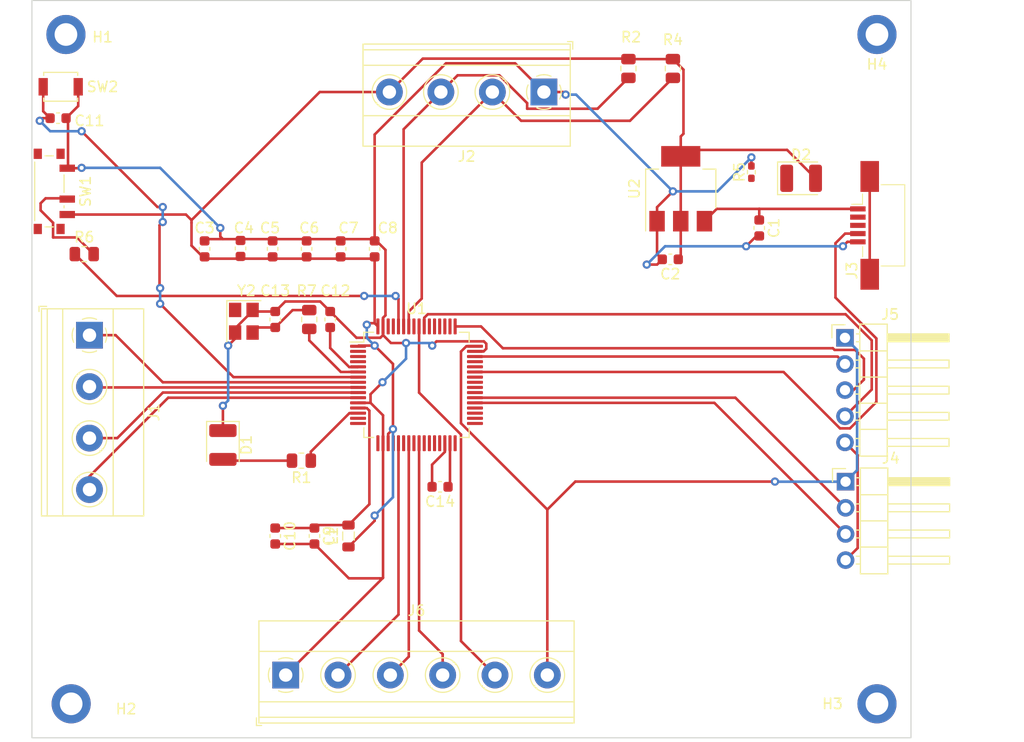
<source format=kicad_pcb>
(kicad_pcb (version 20221018) (generator pcbnew)
  (layers (0 "F.Cu" signal) (31 "B.Cu" power) (34 "B.Paste" user) (35 "F.Paste" user) (36 "B.SilkS" user "B.Silkscreen") (37 "F.SilkS" user "F.Silkscreen") (38 "B.Mask" user) (39 "F.Mask" user) (44 "Edge.Cuts" user))
  (net 0 "")
  (net 1 "VBUS")
  (net 2 "GND")
  (net 3 "+3.3V")
  (net 4 "+3.3VA")
  (net 5 "NRST")
  (net 6 "HSE_IN")
  (net 7 "Net-(C13-Pad1)")
  (net 8 "Net-(U1-VCAP_1)")
  (net 9 "Net-(D1-A)")
  (net 10 "/LED_C")
  (net 11 "Analog3")
  (net 12 "Analog4")
  (net 13 "Analog2")
  (net 14 "Analog1")
  (net 15 "I2C1_SDA")
  (net 16 "I2C1_SCL")
  (net 17 "USB-")
  (net 18 "USB+")
  (net 19 "USB_ID")
  (net 20 "unconnected-(J3-Shield-Pad6)")
  (net 21 "USART6_TX")
  (net 22 "USART6_RX")
  (net 23 "SWDIO")
  (net 24 "SWCLK")
  (net 25 "SWO")
  (net 26 "GPIO_OUT1")
  (net 27 "SPI1_MISO")
  (net 28 "SPI1_MOSI")
  (net 29 "SPI1_SCK")
  (net 30 "LED_Status")
  (net 31 "BOOT0")
  (net 32 "Net-(SW1-B)")
  (net 33 "HSE_OUT")
  (footprint "Capacitor_SMD:C_0603_1608Metric" (layer "F.Cu") (at 130.048 64.262 90)
    (fp_text reference "C7" (at 2.032 0.762 180) (layer "F.SilkS"))
    (fp_text value "100n")
    (pad "1" smd roundrect (at -0.775 0 90) (size 0.9 0.95) (layers "F.Cu" "F.Paste" "F.Mask") (net 3 "+3.3V"))
    (pad "2" smd roundrect (at 0.775 0 90) (size 0.9 0.95) (layers "F.Cu" "F.Paste" "F.Mask") (net 2 "GND"))
  )
  (footprint "Button_Switch_SMD:SW_SPDT_PCM12" (layer "F.Cu") (at 102.075 58.674 -90)
    (fp_text reference "SW1" (at 0 -3.2 90) (layer "F.SilkS"))
    (fp_text value "SW_SPDT")
    (pad "" smd rect (at -3.65 -0.78 270) (size 1 0.8) (layers "F.Cu" "F.Paste" "F.Mask"))
    (pad "" smd rect (at -3.65 1.43 270) (size 1 0.8) (layers "F.Cu" "F.Paste" "F.Mask"))
    (pad "" np_thru_hole circle (at -1.5 0.33 270) (size 0.9 0.9) (drill 0.9) (layers "*.Cu" "*.Mask"))
    (pad "" np_thru_hole circle (at 1.5 0.33 270) (size 0.9 0.9) (drill 0.9) (layers "*.Cu" "*.Mask"))
    (pad "" smd rect (at 3.65 -0.78 270) (size 1 0.8) (layers "F.Cu" "F.Paste" "F.Mask"))
    (pad "" smd rect (at 3.65 1.43 270) (size 1 0.8) (layers "F.Cu" "F.Paste" "F.Mask"))
    (pad "1" smd rect (at -2.25 -1.43 270) (size 0.7 1.5) (layers "F.Cu" "F.Paste" "F.Mask") (net 2 "GND"))
    (pad "2" smd rect (at 0.75 -1.43 270) (size 0.7 1.5) (layers "F.Cu" "F.Paste" "F.Mask") (net 32 "Net-(SW1-B)"))
    (pad "3" smd rect (at 2.25 -1.43 270) (size 0.7 1.5) (layers "F.Cu" "F.Paste" "F.Mask") (net 3 "+3.3V"))
  )
  (footprint "Crystal:Crystal_SMD_3225-4Pin_3.2x2.5mm" (layer "F.Cu") (at 120.65 71.29 -90)
    (fp_text reference "Y2" (at -2.964 -0.254 -180) (layer "F.SilkS"))
    (fp_text value "Y2")
    (pad "1" smd rect (at -1.1 0.85 270) (size 1.4 1.2) (layers "F.Cu" "F.Paste" "F.Mask") (net 6 "HSE_IN"))
    (pad "2" smd rect (at 1.1 0.85 270) (size 1.4 1.2) (layers "F.Cu" "F.Paste" "F.Mask") (net 2 "GND"))
    (pad "3" smd rect (at 1.1 -0.85 270) (size 1.4 1.2) (layers "F.Cu" "F.Paste" "F.Mask") (net 7 "Net-(C13-Pad1)"))
    (pad "4" smd rect (at -1.1 -0.85 270) (size 1.4 1.2) (layers "F.Cu" "F.Paste" "F.Mask") (net 2 "GND"))
  )
  (footprint "Capacitor_SMD:C_0603_1608Metric" (layer "F.Cu") (at 127.508 92.1555 -90)
    (fp_text reference "C9" (at 0 -1.43 90) (layer "F.SilkS"))
    (fp_text value "1u")
    (pad "1" smd roundrect (at -0.775 0 270) (size 0.9 0.95) (layers "F.Cu" "F.Paste" "F.Mask") (net 4 "+3.3VA"))
    (pad "2" smd roundrect (at 0.775 0 270) (size 0.9 0.95) (layers "F.Cu" "F.Paste" "F.Mask") (net 2 "GND"))
  )
  (footprint "Capacitor_SMD:C_0603_1608Metric" (layer "F.Cu") (at 123.698 71.12 90)
    (fp_text reference "C13" (at 2.794 0 180) (layer "F.SilkS"))
    (fp_text value "9pF")
    (pad "1" smd roundrect (at -0.775 0 90) (size 0.9 0.95) (layers "F.Cu" "F.Paste" "F.Mask") (net 7 "Net-(C13-Pad1)"))
    (pad "2" smd roundrect (at 0.775 0 90) (size 0.9 0.95) (layers "F.Cu" "F.Paste" "F.Mask") (net 2 "GND"))
  )
  (footprint "Package_QFP:LQFP-64_10x10mm_P0.5mm" (layer "F.Cu") (at 137.414 77.47)
    (fp_text reference "U1" (at 0 -7.4) (layer "F.SilkS"))
    (fp_text value "STM32F446RETx")
    (pad "1" smd roundrect (at -5.675 -3.75) (size 1.55 0.3) (layers "F.Cu" "F.Paste" "F.Mask") (net 3 "+3.3V"))
    (pad "2" smd roundrect (at -5.675 -3.25) (size 1.55 0.3) (layers "F.Cu" "F.Paste" "F.Mask"))
    (pad "3" smd roundrect (at -5.675 -2.75) (size 1.55 0.3) (layers "F.Cu" "F.Paste" "F.Mask"))
    (pad "4" smd roundrect (at -5.675 -2.25) (size 1.55 0.3) (layers "F.Cu" "F.Paste" "F.Mask"))
    (pad "5" smd roundrect (at -5.675 -1.75) (size 1.55 0.3) (layers "F.Cu" "F.Paste" "F.Mask") (net 6 "HSE_IN"))
    (pad "6" smd roundrect (at -5.675 -1.25) (size 1.55 0.3) (layers "F.Cu" "F.Paste" "F.Mask") (net 33 "HSE_OUT"))
    (pad "7" smd roundrect (at -5.675 -0.75) (size 1.55 0.3) (layers "F.Cu" "F.Paste" "F.Mask") (net 5 "NRST"))
    (pad "8" smd roundrect (at -5.675 -0.25) (size 1.55 0.3) (layers "F.Cu" "F.Paste" "F.Mask") (net 14 "Analog1"))
    (pad "9" smd roundrect (at -5.675 0.25) (size 1.55 0.3) (layers "F.Cu" "F.Paste" "F.Mask") (net 13 "Analog2"))
    (pad "10" smd roundrect (at -5.675 0.75) (size 1.55 0.3) (layers "F.Cu" "F.Paste" "F.Mask") (net 11 "Analog3"))
    (pad "11" smd roundrect (at -5.675 1.25) (size 1.55 0.3) (layers "F.Cu" "F.Paste" "F.Mask") (net 12 "Analog4"))
    (pad "12" smd roundrect (at -5.675 1.75) (size 1.55 0.3) (layers "F.Cu" "F.Paste" "F.Mask") (net 2 "GND"))
    (pad "13" smd roundrect (at -5.675 2.25) (size 1.55 0.3) (layers "F.Cu" "F.Paste" "F.Mask") (net 4 "+3.3VA"))
    (pad "14" smd roundrect (at -5.675 2.75) (size 1.55 0.3) (layers "F.Cu" "F.Paste" "F.Mask") (net 30 "LED_Status"))
    (pad "15" smd roundrect (at -5.675 3.25) (size 1.55 0.3) (layers "F.Cu" "F.Paste" "F.Mask"))
    (pad "16" smd roundrect (at -5.675 3.75) (size 1.55 0.3) (layers "F.Cu" "F.Paste" "F.Mask"))
    (pad "17" smd roundrect (at -3.75 5.675) (size 0.3 1.55) (layers "F.Cu" "F.Paste" "F.Mask"))
    (pad "18" smd roundrect (at -3.25 5.675) (size 0.3 1.55) (layers "F.Cu" "F.Paste" "F.Mask") (net 2 "GND"))
    (pad "19" smd roundrect (at -2.75 5.675) (size 0.3 1.55) (layers "F.Cu" "F.Paste" "F.Mask") (net 3 "+3.3V"))
    (pad "20" smd roundrect (at -2.25 5.675) (size 0.3 1.55) (layers "F.Cu" "F.Paste" "F.Mask"))
    (pad "21" smd roundrect (at -1.75 5.675) (size 0.3 1.55) (layers "F.Cu" "F.Paste" "F.Mask") (net 29 "SPI1_SCK"))
    (pad "22" smd roundrect (at -1.25 5.675) (size 0.3 1.55) (layers "F.Cu" "F.Paste" "F.Mask"))
    (pad "23" smd roundrect (at -0.75 5.675) (size 0.3 1.55) (layers "F.Cu" "F.Paste" "F.Mask") (net 28 "SPI1_MOSI"))
    (pad "24" smd roundrect (at -0.25 5.675) (size 0.3 1.55) (layers "F.Cu" "F.Paste" "F.Mask"))
    (pad "25" smd roundrect (at 0.25 5.675) (size 0.3 1.55) (layers "F.Cu" "F.Paste" "F.Mask") (net 26 "GPIO_OUT1"))
    (pad "26" smd roundrect (at 0.75 5.675) (size 0.3 1.55) (layers "F.Cu" "F.Paste" "F.Mask"))
    (pad "27" smd roundrect (at 1.25 5.675) (size 0.3 1.55) (layers "F.Cu" "F.Paste" "F.Mask"))
    (pad "28" smd roundrect (at 1.75 5.675) (size 0.3 1.55) (layers "F.Cu" "F.Paste" "F.Mask"))
    (pad "29" smd roundrect (at 2.25 5.675) (size 0.3 1.55) (layers "F.Cu" "F.Paste" "F.Mask"))
    (pad "30" smd roundrect (at 2.75 5.675) (size 0.3 1.55) (layers "F.Cu" "F.Paste" "F.Mask") (net 8 "Net-(U1-VCAP_1)"))
    (pad "31" smd roundrect (at 3.25 5.675) (size 0.3 1.55) (layers "F.Cu" "F.Paste" "F.Mask") (net 2 "GND"))
    (pad "32" smd roundrect (at 3.75 5.675) (size 0.3 1.55) (layers "F.Cu" "F.Paste" "F.Mask") (net 3 "+3.3V"))
    (pad "33" smd roundrect (at 5.675 3.75) (size 1.55 0.3) (layers "F.Cu" "F.Paste" "F.Mask"))
    (pad "34" smd roundrect (at 5.675 3.25) (size 1.55 0.3) (layers "F.Cu" "F.Paste" "F.Mask"))
    (pad "35" smd roundrect (at 5.675 2.75) (size 1.55 0.3) (layers "F.Cu" "F.Paste" "F.Mask"))
    (pad "36" smd roundrect (at 5.675 2.25) (size 1.55 0.3) (layers "F.Cu" "F.Paste" "F.Mask"))
    (pad "37" smd roundrect (at 5.675 1.75) (size 1.55 0.3) (layers "F.Cu" "F.Paste" "F.Mask") (net 21 "USART6_TX"))
    (pad "38" smd roundrect (at 5.675 1.25) (size 1.55 0.3) (layers "F.Cu" "F.Paste" "F.Mask") (net 22 "USART6_RX"))
    (pad "39" smd roundrect (at 5.675 0.75) (size 1.55 0.3) (layers "F.Cu" "F.Paste" "F.Mask"))
    (pad "40" smd roundrect (at 5.675 0.25) (size 1.55 0.3) (layers "F.Cu" "F.Paste" "F.Mask"))
    (pad "41" smd roundrect (at 5.675 -0.25) (size 1.55 0.3) (layers "F.Cu" "F.Paste" "F.Mask"))
    (pad "42" smd roundrect (at 5.675 -0.75) (size 1.55 0.3) (layers "F.Cu" "F.Paste" "F.Mask"))
    (pad "43" smd roundrect (at 5.675 -1.25) (size 1.55 0.3) (layers "F.Cu" "F.Paste" "F.Mask") (net 19 "USB_ID"))
    (pad "44" smd roundrect (at 5.675 -1.75) (size 1.55 0.3) (layers "F.Cu" "F.Paste" "F.Mask") (net 17 "USB-"))
    (pad "45" smd roundrect (at 5.675 -2.25) (size 1.55 0.3) (layers "F.Cu" "F.Paste" "F.Mask") (net 18 "USB+"))
    (pad "46" smd roundrect (at 5.675 -2.75) (size 1.55 0.3) (layers "F.Cu" "F.Paste" "F.Mask") (net 23 "SWDIO"))
    (pad "47" smd roundrect (at 5.675 -3.25) (size 1.55 0.3) (layers "F.Cu" "F.Paste" "F.Mask") (net 2 "GND"))
    (pad "48" smd roundrect (at 5.675 -3.75) (size 1.55 0.3) (layers "F.Cu" "F.Paste" "F.Mask") (net 3 "+3.3V"))
    (pad "49" smd roundrect (at 3.75 -5.675) (size 0.3 1.55) (layers "F.Cu" "F.Paste" "F.Mask") (net 24 "SWCLK"))
    (pad "50" smd roundrect (at 3.25 -5.675) (size 0.3 1.55) (layers "F.Cu" "F.Paste" "F.Mask"))
    (pad "51" smd roundrect (at 2.75 -5.675) (size 0.3 1.55) (layers "F.Cu" "F.Paste" "F.Mask"))
    (pad "52" smd roundrect (at 2.25 -5.675) (size 0.3 1.55) (layers "F.Cu" "F.Paste" "F.Mask"))
    (pad "53" smd roundrect (at 1.75 -5.675) (size 0.3 1.55) (layers "F.Cu" "F.Paste" "F.Mask"))
    (pad "54" smd roundrect (at 1.25 -5.675) (size 0.3 1.55) (layers "F.Cu" "F.Paste" "F.Mask"))
    (pad "55" smd roundrect (at 0.75 -5.675) (size 0.3 1.55) (layers "F.Cu" "F.Paste" "F.Mask") (net 25 "SWO"))
    (pad "56" smd roundrect (at 0.25 -5.675) (size 0.3 1.55) (layers "F.Cu" "F.Paste" "F.Mask") (net 27 "SPI1_MISO"))
    (pad "57" smd roundrect (at -0.25 -5.675) (size 0.3 1.55) (layers "F.Cu" "F.Paste" "F.Mask"))
    (pad "58" smd roundrect (at -0.75 -5.675) (size 0.3 1.55) (layers "F.Cu" "F.Paste" "F.Mask") (net 16 "I2C1_SCL"))
    (pad "59" smd roundrect (at -1.25 -5.675) (size 0.3 1.55) (layers "F.Cu" "F.Paste" "F.Mask") (net 15 "I2C1_SDA"))
    (pad "60" smd roundrect (at -1.75 -5.675) (size 0.3 1.55) (layers "F.Cu" "F.Paste" "F.Mask") (net 31 "BOOT0"))
    (pad "61" smd roundrect (at -2.25 -5.675) (size 0.3 1.55) (layers "F.Cu" "F.Paste" "F.Mask"))
    (pad "62" smd roundrect (at -2.75 -5.675) (size 0.3 1.55) (layers "F.Cu" "F.Paste" "F.Mask"))
    (pad "63" smd roundrect (at -3.25 -5.675) (size 0.3 1.55) (layers "F.Cu" "F.Paste" "F.Mask") (net 2 "GND"))
    (pad "64" smd roundrect (at -3.75 -5.675) (size 0.3 1.55) (layers "F.Cu" "F.Paste" "F.Mask") (net 3 "+3.3V"))
  )
  (footprint "Capacitor_SMD:C_0603_1608Metric" (layer "F.Cu") (at 129.032 71.12 90)
    (fp_text reference "C12" (at 2.794 0.508) (layer "F.SilkS"))
    (fp_text value "9pF")
    (pad "1" smd roundrect (at -0.775 0 90) (size 0.9 0.95) (layers "F.Cu" "F.Paste" "F.Mask") (net 6 "HSE_IN"))
    (pad "2" smd roundrect (at 0.775 0 90) (size 0.9 0.95) (layers "F.Cu" "F.Paste" "F.Mask") (net 2 "GND"))
  )
  (footprint "TerminalBlock_Phoenix:TerminalBlock_Phoenix_MKDS-1,5-4_1x04_P5.00mm_Horizontal" (layer "F.Cu") (at 105.664 72.644 -90)
    (fp_text reference "J1" (at 7.5 -6.26 90) (layer "F.SilkS"))
    (fp_text value "Lin pots connector")
    (pad "1" thru_hole rect (at 0 0 270) (size 2.6 2.6) (drill 1.3) (layers "*.Cu" "*.Mask") (net 14 "Analog1"))
    (pad "2" thru_hole circle (at 5 0 270) (size 2.6 2.6) (drill 1.3) (layers "*.Cu" "*.Mask") (net 13 "Analog2"))
    (pad "3" thru_hole circle (at 10 0 270) (size 2.6 2.6) (drill 1.3) (layers "*.Cu" "*.Mask") (net 11 "Analog3"))
    (pad "4" thru_hole circle (at 15 0 270) (size 2.6 2.6) (drill 1.3) (layers "*.Cu" "*.Mask") (net 12 "Analog4"))
  )
  (footprint "Capacitor_SMD:C_0603_1608Metric" (layer "F.Cu") (at 123.444 64.262 90)
    (fp_text reference "C5" (at 2.032 -0.254 180) (layer "F.SilkS"))
    (fp_text value "100n")
    (pad "1" smd roundrect (at -0.775 0 90) (size 0.9 0.95) (layers "F.Cu" "F.Paste" "F.Mask") (net 3 "+3.3V"))
    (pad "2" smd roundrect (at 0.775 0 90) (size 0.9 0.95) (layers "F.Cu" "F.Paste" "F.Mask") (net 2 "GND"))
  )
  (footprint "Capacitor_SMD:C_0603_1608Metric" (layer "F.Cu") (at 162.052 65.278 180)
    (fp_text reference "C2" (at 0 -1.43) (layer "F.SilkS"))
    (fp_text value "22u")
    (pad "1" smd roundrect (at -0.775 0 180) (size 0.9 0.95) (layers "F.Cu" "F.Paste" "F.Mask") (net 3 "+3.3V"))
    (pad "2" smd roundrect (at 0.775 0 180) (size 0.9 0.95) (layers "F.Cu" "F.Paste" "F.Mask") (net 2 "GND"))
  )
  (footprint "TerminalBlock_Phoenix:TerminalBlock_Phoenix_MKDS-1,5-6-5.08_1x06_P5.08mm_Horizontal" (layer "F.Cu") (at 124.714 105.664)
    (fp_text reference "J6" (at 12.7 -6.26) (layer "F.SilkS"))
    (fp_text value "SPI connectors")
    (pad "1" thru_hole rect (at 0 0) (size 2.6 2.6) (drill 1.3) (layers "*.Cu" "*.Mask") (net 2 "GND"))
    (pad "2" thru_hole circle (at 5.08 0) (size 2.6 2.6) (drill 1.3) (layers "*.Cu" "*.Mask") (net 29 "SPI1_SCK"))
    (pad "3" thru_hole circle (at 10.16 0) (size 2.6 2.6) (drill 1.3) (layers "*.Cu" "*.Mask") (net 28 "SPI1_MOSI"))
    (pad "4" thru_hole circle (at 15.24 0) (size 2.6 2.6) (drill 1.3) (layers "*.Cu" "*.Mask") (net 26 "GPIO_OUT1"))
    (pad "5" thru_hole circle (at 20.32 0) (size 2.6 2.6) (drill 1.3) (layers "*.Cu" "*.Mask") (net 27 "SPI1_MISO"))
    (pad "6" thru_hole circle (at 25.4 0) (size 2.6 2.6) (drill 1.3) (layers "*.Cu" "*.Mask") (net 3 "+3.3V"))
  )
  (footprint "Resistor_SMD:R_0402_1005Metric_Pad0.72x0.64mm_HandSolder" (layer "F.Cu") (at 169.926 56.8065 90)
    (fp_text reference "R5" (at 0 -1.17 90) (layer "F.SilkS"))
    (fp_text value "2k2")
    (pad "1" smd roundrect (at -0.5975 0 90) (size 0.715 0.64) (layers "F.Cu" "F.Paste" "F.Mask") (net 10 "/LED_C"))
    (pad "2" smd roundrect (at 0.5975 0 90) (size 0.715 0.64) (layers "F.Cu" "F.Paste" "F.Mask") (net 2 "GND"))
  )
  (footprint "Connector_PinHeader_2.54mm:PinHeader_1x04_P2.54mm_Horizontal" (layer "F.Cu") (at 179.07 86.878)
    (fp_text reference "J4" (at 4.385 -2.27) (layer "F.SilkS"))
    (fp_text value "Uart pins ")
    (pad "1" thru_hole rect (at 0 0) (size 1.7 1.7) (drill 1) (layers "*.Cu" "*.Mask") (net 3 "+3.3V"))
    (pad "2" thru_hole oval (at 0 2.54) (size 1.7 1.7) (drill 1) (layers "*.Cu" "*.Mask") (net 22 "USART6_RX"))
    (pad "3" thru_hole oval (at 0 5.08) (size 1.7 1.7) (drill 1) (layers "*.Cu" "*.Mask") (net 21 "USART6_TX"))
    (pad "4" thru_hole oval (at 0 7.62) (size 1.7 1.7) (drill 1) (layers "*.Cu" "*.Mask") (net 2 "GND"))
  )
  (footprint "Capacitor_SMD:C_0603_1608Metric" (layer "F.Cu") (at 170.688 62.23 -90)
    (fp_text reference "C1" (at 0 -1.43 90) (layer "F.SilkS"))
    (fp_text value "22u")
    (pad "1" smd roundrect (at -0.775 0 270) (size 0.9 0.95) (layers "F.Cu" "F.Paste" "F.Mask") (net 1 "VBUS"))
    (pad "2" smd roundrect (at 0.775 0 270) (size 0.9 0.95) (layers "F.Cu" "F.Paste" "F.Mask") (net 2 "GND"))
  )
  (footprint "Connector_PinHeader_2.54mm:PinHeader_1x05_P2.54mm_Horizontal" (layer "F.Cu") (at 179.013 72.903)
    (fp_text reference "J5" (at 4.385 -2.27) (layer "F.SilkS"))
    (fp_text value "SWD")
    (pad "1" thru_hole rect (at 0 0) (size 1.7 1.7) (drill 1) (layers "*.Cu" "*.Mask") (net 3 "+3.3V"))
    (pad "2" thru_hole oval (at 0 2.54) (size 1.7 1.7) (drill 1) (layers "*.Cu" "*.Mask") (net 23 "SWDIO"))
    (pad "3" thru_hole oval (at 0 5.08) (size 1.7 1.7) (drill 1) (layers "*.Cu" "*.Mask") (net 24 "SWCLK"))
    (pad "4" thru_hole oval (at 0 7.62) (size 1.7 1.7) (drill 1) (layers "*.Cu" "*.Mask") (net 25 "SWO"))
    (pad "5" thru_hole oval (at 0 10.16) (size 1.7 1.7) (drill 1) (layers "*.Cu" "*.Mask") (net 2 "GND"))
  )
  (footprint "Connector_USB:USB_Mini-B_AdamTech_MUSB-B5-S-VT-TSMT-1_SMD_Vertical" (layer "F.Cu") (at 181.864 61.976)
    (fp_text reference "J3" (at -2.18 4.39 90) (layer "F.SilkS"))
    (fp_text value "USB_B_Mini")
    (pad "" np_thru_hole circle (at 1.85 -3 90) (size 1 1) (drill 1) (layers "*.Cu" "*.Mask"))
    (pad "" np_thru_hole circle (at 1.85 3 90) (size 1 1) (drill 1) (layers "*.Cu" "*.Mask"))
    (pad "1" smd rect (at -1.6 -1.6 90) (size 0.5 1.5) (layers "F.Cu" "F.Paste" "F.Mask") (net 1 "VBUS"))
    (pad "2" smd rect (at -1.6 -0.8 90) (size 0.5 1.5) (layers "F.Cu" "F.Paste" "F.Mask") (net 17 "USB-"))
    (pad "3" smd rect (at -1.6 0 90) (size 0.5 1.5) (layers "F.Cu" "F.Paste" "F.Mask") (net 18 "USB+"))
    (pad "4" smd rect (at -1.6 0.8 90) (size 0.5 1.5) (layers "F.Cu" "F.Paste" "F.Mask") (net 19 "USB_ID"))
    (pad "5" smd rect (at -1.6 1.6 90) (size 0.5 1.5) (layers "F.Cu" "F.Paste" "F.Mask") (net 2 "GND"))
    (pad "6" smd rect (at -0.45 -4.75 90) (size 3 1.8) (layers "F.Cu" "F.Paste" "F.Mask") (net 20 "unconnected-(J3-Shield-Pad6)"))
    (pad "6" smd rect (at -0.45 4.75 90) (size 3 1.8) (layers "F.Cu" "F.Paste" "F.Mask") (net 20 "unconnected-(J3-Shield-Pad6)"))
  )
  (footprint "Capacitor_SMD:C_0603_1608Metric" (layer "F.Cu") (at 139.7 87.376 180)
    (fp_text reference "C14" (at 0 -1.43) (layer "F.SilkS"))
    (fp_text value "2u2")
    (pad "1" smd roundrect (at -0.775 0 180) (size 0.9 0.95) (layers "F.Cu" "F.Paste" "F.Mask") (net 2 "GND"))
    (pad "2" smd roundrect (at 0.775 0 180) (size 0.9 0.95) (layers "F.Cu" "F.Paste" "F.Mask") (net 8 "Net-(U1-VCAP_1)"))
  )
  (footprint "LED_SMD:LED_1210_3225Metric" (layer "F.Cu") (at 118.618 83.312 -90)
    (fp_text reference "D1" (at 0 -2.28 90) (layer "F.SilkS"))
    (fp_text value "LED")
    (pad "1" smd roundrect (at -1.4 0 270) (size 1.25 2.65) (layers "F.Cu" "F.Paste" "F.Mask") (roundrect_rratio 0.2) (net 2 "GND"))
    (pad "2" smd roundrect (at 1.4 0 270) (size 1.25 2.65) (layers "F.Cu" "F.Paste" "F.Mask") (roundrect_rratio 0.2) (net 9 "Net-(D1-A)"))
  )
  (footprint "MountingHole:MountingHole_2.2mm_M2_DIN965_Pad" (layer "F.Cu") (at 103.886 108.458 180)
    (fp_text reference "H2" (at -5.334 -0.508) (layer "F.SilkS"))
    (fp_text value "MountingHole")
    (pad "1" thru_hole circle (at 0 0 180) (size 3.8 3.8) (drill 2.2) (layers "*.Cu" "*.Mask"))
  )
  (footprint "MountingHole:MountingHole_2.2mm_M2_DIN965_Pad" (layer "F.Cu") (at 182.118 108.458 180)
    (fp_text reference "H3" (at 4.318 0) (layer "F.SilkS"))
    (fp_text value "MountingHole")
    (pad "1" thru_hole circle (at 0 0 180) (size 3.8 3.8) (drill 2.2) (layers "*.Cu" "*.Mask"))
  )
  (footprint "Package_TO_SOT_SMD:SOT-223-3_TabPin2" (layer "F.Cu") (at 163.068 58.42 90)
    (fp_text reference "U2" (at 0 -4.5 90) (layer "F.SilkS"))
    (fp_text value "AMS1117-3.3")
    (pad "1" smd rect (at -3.15 -2.3 90) (size 2 1.5) (layers "F.Cu" "F.Paste" "F.Mask") (net 2 "GND"))
    (pad "2" smd rect (at -3.15 0 90) (size 2 1.5) (layers "F.Cu" "F.Paste" "F.Mask") (net 3 "+3.3V"))
    (pad "2" smd rect (at 3.15 0 90) (size 2 3.8) (layers "F.Cu" "F.Paste" "F.Mask") (net 3 "+3.3V"))
    (pad "3" smd rect (at -3.15 2.3 90) (size 2 1.5) (layers "F.Cu" "F.Paste" "F.Mask") (net 1 "VBUS"))
  )
  (footprint "Resistor_SMD:R_0805_2012Metric" (layer "F.Cu") (at 157.988 46.736 90)
    (fp_text reference "R2" (at 3.048 0.254 180) (layer "F.SilkS"))
    (fp_text value "2k2")
    (pad "1" smd roundrect (at -0.9125 0 90) (size 1.025 1.4) (layers "F.Cu" "F.Paste" "F.Mask") (roundrect_rratio 0.243902) (net 15 "I2C1_SDA"))
    (pad "2" smd roundrect (at 0.9125 0 90) (size 1.025 1.4) (layers "F.Cu" "F.Paste" "F.Mask") (roundrect_rratio 0.243902) (net 3 "+3.3V"))
  )
  (footprint "Resistor_SMD:R_0805_2012Metric" (layer "F.Cu") (at 126.238 84.836 180)
    (fp_text reference "R1" (at 0 -1.65) (layer "F.SilkS"))
    (fp_text value "2k2")
    (pad "1" smd roundrect (at -0.9125 0 180) (size 1.025 1.4) (layers "F.Cu" "F.Paste" "F.Mask") (roundrect_rratio 0.243902) (net 30 "LED_Status"))
    (pad "2" smd roundrect (at 0.9125 0 180) (size 1.025 1.4) (layers "F.Cu" "F.Paste" "F.Mask") (roundrect_rratio 0.243902) (net 9 "Net-(D1-A)"))
  )
  (footprint "Button_Switch_SMD:SW_SPST_B3U-1000P-B" (layer "F.Cu") (at 102.87 48.514 180)
    (fp_text reference "SW2" (at -4.064 0) (layer "F.SilkS"))
    (fp_text value "SW_Push")
    (pad "" np_thru_hole circle (at 0 0 180) (size 0.8 0.8) (drill 0.8) (layers "*.Cu" "*.Mask"))
    (pad "1" smd rect (at -1.7 0 180) (size 0.9 1.7) (layers "F.Cu" "F.Paste" "F.Mask") (net 2 "GND"))
    (pad "2" smd rect (at 1.7 0 180) (size 0.9 1.7) (layers "F.Cu" "F.Paste" "F.Mask") (net 5 "NRST"))
  )
  (footprint "LED_SMD:LED_1210_3225Metric" (layer "F.Cu") (at 174.752 57.404)
    (fp_text reference "D2" (at 0 -2.28) (layer "F.SilkS"))
    (fp_text value "LED")
    (pad "1" smd roundrect (at -1.4 0) (size 1.25 2.65) (layers "F.Cu" "F.Paste" "F.Mask") (roundrect_rratio 0.2) (net 10 "/LED_C"))
    (pad "2" smd roundrect (at 1.4 0) (size 1.25 2.65) (layers "F.Cu" "F.Paste" "F.Mask") (roundrect_rratio 0.2) (net 3 "+3.3V"))
  )
  (footprint "Resistor_SMD:R_0805_2012Metric" (layer "F.Cu") (at 105.156 64.77)
    (fp_text reference "R6" (at 0 -1.65) (layer "F.SilkS"))
    (fp_text value "10k")
    (pad "1" smd roundrect (at -0.9125 0) (size 1.025 1.4) (layers "F.Cu" "F.Paste" "F.Mask") (roundrect_rratio 0.243902) (net 31 "BOOT0"))
    (pad "2" smd roundrect (at 0.9125 0) (size 1.025 1.4) (layers "F.Cu" "F.Paste" "F.Mask") (roundrect_rratio 0.243902) (net 32 "Net-(SW1-B)"))
  )
  (footprint "TerminalBlock_Phoenix:TerminalBlock_Phoenix_MKDS-1,5-4_1x04_P5.00mm_Horizontal" (layer "F.Cu") (at 149.78 49.022 180)
    (fp_text reference "J2" (at 7.5 -6.26) (layer "F.SilkS"))
    (fp_text value "gyro/accel connectors( maybe )")
    (pad "1" thru_hole rect (at 0 0 180) (size 2.6 2.6) (drill 1.3) (layers "*.Cu" "*.Mask") (net 2 "GND"))
    (pad "2" thru_hole circle (at 5 0 180) (size 2.6 2.6) (drill 1.3) (layers "*.Cu" "*.Mask") (net 16 "I2C1_SCL"))
    (pad "3" thru_hole circle (at 10 0 180) (size 2.6 2.6) (drill 1.3) (layers "*.Cu" "*.Mask") (net 15 "I2C1_SDA"))
    (pad "4" thru_hole circle (at 15 0 180) (size 2.6 2.6) (drill 1.3) (layers "*.Cu" "*.Mask") (net 3 "+3.3V"))
  )
  (footprint "Inductor_SMD:L_0805_2012Metric" (layer "F.Cu") (at 130.81 92.1555 90)
    (fp_text reference "L1" (at 0 -1.55 90) (layer "F.SilkS"))
    (fp_text value "39n")
    (pad "1" smd roundrect (at -1.0625 0 90) (size 0.875 1.2) (layers "F.Cu" "F.Paste" "F.Mask") (net 3 "+3.3V"))
    (pad "2" smd roundrect (at 1.0625 0 90) (size 0.875 1.2) (layers "F.Cu" "F.Paste" "F.Mask") (net 4 "+3.3VA"))
  )
  (footprint "MountingHole:MountingHole_2.2mm_M2_DIN965_Pad" (layer "F.Cu") (at 103.378 43.434)
    (fp_text reference "H1" (at 3.556 0.254) (layer "F.SilkS"))
    (fp_text value "MountingHole")
    (pad "1" thru_hole circle (at 0 0) (size 3.8 3.8) (drill 2.2) (layers "*.Cu" "*.Mask"))
  )
  (footprint "Capacitor_SMD:C_0603_1608Metric" (layer "F.Cu") (at 133.35 64.262 90)
    (fp_text reference "C8" (at 2.032 1.27 180) (layer "F.SilkS"))
    (fp_text value "100n")
    (pad "1" smd roundrect (at -0.775 0 90) (size 0.9 0.95) (layers "F.Cu" "F.Paste" "F.Mask") (net 3 "+3.3V"))
    (pad "2" smd roundrect (at 0.775 0 90) (size 0.9 0.95) (layers "F.Cu" "F.Paste" "F.Mask") (net 2 "GND"))
  )
  (footprint "Capacitor_SMD:C_0603_1608Metric" (layer "F.Cu") (at 116.84 64.262 90)
    (fp_text reference "C3" (at 2.032 0 180) (layer "F.SilkS"))
    (fp_text value "4u7")
    (pad "1" smd roundrect (at -0.775 0 90) (size 0.9 0.95) (layers "F.Cu" "F.Paste" "F.Mask") (net 3 "+3.3V"))
    (pad "2" smd roundrect (at 0.775 0 90) (size 0.9 0.95) (layers "F.Cu" "F.Paste" "F.Mask") (net 2 "GND"))
  )
  (footprint "Capacitor_SMD:C_0603_1608Metric" (layer "F.Cu") (at 123.698 92.1555 -90)
    (fp_text reference "C10" (at 0 -1.43 90) (layer "F.SilkS"))
    (fp_text value "10n")
    (pad "1" smd roundrect (at -0.775 0 270) (size 0.9 0.95) (layers "F.Cu" "F.Paste" "F.Mask") (net 4 "+3.3VA"))
    (pad "2" smd roundrect (at 0.775 0 270) (size 0.9 0.95) (layers "F.Cu" "F.Paste" "F.Mask") (net 2 "GND"))
  )
  (footprint "Resistor_SMD:R_0805_2012Metric" (layer "F.Cu") (at 127 71.12 -90)
    (fp_text reference "R7" (at -2.794 0.254) (layer "F.SilkS"))
    (fp_text value "47")
    (pad "1" smd roundrect (at -0.9125 0 270) (size 1.025 1.4) (layers "F.Cu" "F.Paste" "F.Mask") (roundrect_rratio 0.243902) (net 7 "Net-(C13-Pad1)"))
    (pad "2" smd roundrect (at 0.9125 0 270) (size 1.025 1.4) (layers "F.Cu" "F.Paste" "F.Mask") (roundrect_rratio 0.243902) (net 33 "HSE_OUT"))
  )
  (footprint "Capacitor_SMD:C_0603_1608Metric" (layer "F.Cu") (at 120.328 64.218 90)
    (fp_text reference "C4" (at 1.988 0.322 180) (layer "F.SilkS"))
    (fp_text value "100n")
    (pad "1" smd roundrect (at -0.775 0 90) (size 0.9 0.95) (layers "F.Cu" "F.Paste" "F.Mask") (net 3 "+3.3V"))
    (pad "2" smd roundrect (at 0.775 0 90) (size 0.9 0.95) (layers "F.Cu" "F.Paste" "F.Mask") (net 2 "GND"))
  )
  (footprint "MountingHole:MountingHole_2.2mm_M2_DIN965_Pad" (layer "F.Cu") (at 182.118 43.434 180)
    (fp_text reference "H4" (at 0 -2.9) (layer "F.SilkS"))
    (fp_text value "MountingHole")
    (pad "1" thru_hole circle (at 0 0 180) (size 3.8 3.8) (drill 2.2) (layers "*.Cu" "*.Mask"))
  )
  (footprint "Capacitor_SMD:C_0603_1608Metric" (layer "F.Cu") (at 126.746 64.262 90)
    (fp_text reference "C6" (at 2.032 0.254 180) (layer "F.SilkS"))
    (fp_text value "100n")
    (pad "1" smd roundrect (at -0.775 0 90) (size 0.9 0.95) (layers "F.Cu" "F.Paste" "F.Mask") (net 3 "+3.3V"))
    (pad "2" smd roundrect (at 0.775 0 90) (size 0.9 0.95) (layers "F.Cu" "F.Paste" "F.Mask") (net 2 "GND"))
  )
  (footprint "Resistor_SMD:R_0805_2012Metric" (layer "F.Cu") (at 162.306 46.736 90)
    (fp_text reference "R4" (at 2.794 0 180) (layer "F.SilkS"))
    (fp_text value "2k2")
    (pad "1" smd roundrect (at -0.9125 0 90) (size 1.025 1.4) (layers "F.Cu" "F.Paste" "F.Mask") (roundrect_rratio 0.243902) (net 16 "I2C1_SCL"))
    (pad "2" smd roundrect (at 0.9125 0 90) (size 1.025 1.4) (layers "F.Cu" "F.Paste" "F.Mask") (roundrect_rratio 0.243902) (net 3 "+3.3V"))
  )
  (footprint "Capacitor_SMD:C_0603_1608Metric" (layer "F.Cu") (at 102.616 51.562)
    (fp_text reference "C11" (at 3.048 0.254) (layer "F.SilkS"))
    (fp_text value "100n")
    (pad "1" smd roundrect (at -0.775 0) (size 0.9 0.95) (layers "F.Cu" "F.Paste" "F.Mask") (net 5 "NRST"))
    (pad "2" smd roundrect (at 0.775 0) (size 0.9 0.95) (layers "F.Cu" "F.Paste" "F.Mask") (net 2 "GND"))
  )
  (gr_rect (start 100.076 40.132) (end 185.42 111.76) (stroke (width 0.1)) (fill none) (layer "Edge.Cuts"))
  (segment (start 170.688 60.376) (end 180.264 60.376) (width 0.25) (layer "F.Cu") (net 1))
  (segment (start 170.688 61.455) (end 170.688 60.376) (width 0.25) (layer "F.Cu") (net 1))
  (segment (start 166.562 60.376) (end 170.688 60.376) (width 0.25) (layer "F.Cu") (net 1))
  (segment (start 165.368 61.57) (end 166.562 60.376) (width 0.25) (layer "F.Cu") (net 1))
  (segment (start 134.4 70.718315) (end 134.164 70.954315) (width 0.25) (layer "F.Cu") (net 2))
  (segment (start 179.07 94.498) (end 180.245 93.323) (width 0.25) (layer "F.Cu") (net 2))
  (segment (start 143.929685 74.22) (end 143.089 74.22) (width 0.25) (layer "F.Cu") (net 2))
  (segment (start 118.618 63.312) (end 133.35 63.312) (width 0.25) (layer "F.Cu") (net 2))
  (segment (start 143.954685 73.245) (end 144.189 73.479315) (width 0.25) (layer "F.Cu") (net 2))
  (segment (start 103.58 56.349) (end 103.505 56.424) (width 0.25) (layer "F.Cu") (net 2))
  (segment (start 138.938 73.66) (end 139.353 73.245) (width 0.25) (layer "F.Cu") (net 2))
  (segment (start 118.364 62.23) (end 118.364 63.058) (width 0.25) (layer "F.Cu") (net 2))
  (segment (start 129.032 70.345) (end 131.582 72.895) (width 0.25) (layer "F.Cu") (net 2))
  (segment (start 131.582 72.895) (end 133.904685 72.895) (width 0.25) (layer "F.Cu") (net 2))
  (segment (start 134.164 96.214) (end 134.164 83.145) (width 0.25) (layer "F.Cu") (net 2))
  (segment (start 103.391 51.562) (end 104.57 50.383) (width 0.25) (layer "F.Cu") (net 2))
  (segment (start 134.164 70.954315) (end 134.164 71.795) (width 0.25) (layer "F.Cu") (net 2))
  (segment (start 132.950842 78.377158) (end 132.950842 79.22) (width 0.25) (layer "F.Cu") (net 2))
  (segment (start 140.475 87.376) (end 140.664 87.187) (width 0.25) (layer "F.Cu") (net 2))
  (segment (start 130.8435 96.266) (end 134.112 96.266) (width 0.25) (layer "F.Cu") (net 2))
  (segment (start 179.248 63.576) (end 178.816 64.008) (width 0.25) (layer "F.Cu") (net 2))
  (segment (start 121.5 70.29) (end 119.8 71.99) (width 0.25) (layer "F.Cu") (net 2))
  (segment (start 149.78 49.022) (end 146.986 46.228) (width 0.25) (layer "F.Cu") (net 2))
  (segment (start 149.78 49.022) (end 151.638 49.022) (width 0.25) (layer "F.Cu") (net 2))
  (segment (start 123.698 70.345) (end 124.673 69.37) (width 0.25) (layer "F.Cu") (net 2))
  (segment (start 123.698 70.345) (end 121.655 70.345) (width 0.25) (layer "F.Cu") (net 2))
  (segment (start 170.421 63.005) (end 169.418 64.008) (width 0.25) (layer "F.Cu") (net 2))
  (segment (start 144.189 73.960685) (end 143.929685 74.22) (width 0.25) (layer "F.Cu") (net 2))
  (segment (start 151.638 49.022) (end 151.892 49.276) (width 0.25) (layer "F.Cu") (net 2))
  (segment (start 180.245 93.323) (end 180.245 84.295) (width 0.25) (layer "F.Cu") (net 2))
  (segment (start 121.655 70.345) (end 121.5 70.19) (width 0.25) (layer "F.Cu") (net 2))
  (segment (start 103.505 56.424) (end 104.866 56.424) (width 0.25) (layer "F.Cu") (net 2))
  (segment (start 124.673 69.37) (end 128.057 69.37) (width 0.25) (layer "F.Cu") (net 2))
  (segment (start 133.35 63.312) (end 134.4 64.362) (width 0.25) (layer "F.Cu") (net 2))
  (segment (start 144.189 73.479315) (end 144.189 73.960685) (width 0.25) (layer "F.Cu") (net 2))
  (segment (start 127.508 92.9305) (end 130.8435 96.266) (width 0.25) (layer "F.Cu") (net 2))
  (segment (start 140.664 87.187) (end 140.664 83.145) (width 0.25) (layer "F.Cu") (net 2))
  (segment (start 134.4 64.362) (end 134.4 70.718315) (width 0.25) (layer "F.Cu") (net 2))
  (segment (start 119.8 72.986) (end 119.126 73.66) (width 0.25) (layer "F.Cu") (net 2))
  (segment (start 159.766 65.786) (end 160.769 65.786) (width 0.25) (layer "F.Cu") (net 2))
  (segment (start 169.926 56.209) (end 169.926 55.372) (width 0.25) (layer "F.Cu") (net 2))
  (segment (start 104.57 50.383) (end 104.57 48.514) (width 0.25) (layer "F.Cu") (net 2))
  (segment (start 162.306 58.674) (end 160.768 60.212) (width 0.25) (layer "F.Cu") (net 2))
  (segment (start 161.277 65.278) (end 160.768 64.769) (width 0.25) (layer "F.Cu") (net 2))
  (segment (start 104.866 56.424) (end 104.902 56.388) (width 0.25) (layer "F.Cu") (net 2))
  (segment (start 131.739 79.22) (end 132.950842 79.22) (width 0.25) (layer "F.Cu") (net 2))
  (segment (start 134.164 80.433158) (end 134.164 83.145) (width 0.25) (layer "F.Cu") (net 2))
  (segment (start 134.164 72.635685) (end 134.934315 73.406) (width 0.25) (layer "F.Cu") (net 2))
  (segment (start 118.364 63.058) (end 118.618 63.312) (width 0.25) (layer "F.Cu") (net 2))
  (segment (start 134.112 96.266) (end 134.164 96.214) (width 0.25) (layer "F.Cu") (net 2))
  (segment (start 132.950842 79.22) (end 134.164 80.433158) (width 0.25) (layer "F.Cu") (net 2))
  (segment (start 133.35 53.153902) (end 133.35 63.312) (width 0.25) (layer "F.Cu") (net 2))
  (segment (start 127.508 92.9305) (end 123.698 92.9305) (width 0.25) (layer "F.Cu") (net 2))
  (segment (start 180.245 84.295) (end 179.013 83.063) (width 0.25) (layer "F.Cu") (net 2))
  (segment (start 134.112 77.216) (end 132.950842 78.377158) (width 0.25) (layer "F.Cu") (net 2))
  (segment (start 124.714 105.664) (end 134.112 96.266) (width 0.25) (layer "F.Cu") (net 2))
  (segment (start 160.768 64.769) (end 160.768 61.57) (width 0.25) (layer "F.Cu") (net 2))
  (segment (start 119.8 71.99) (end 119.8 72.39) (width 0.25) (layer "F.Cu") (net 2))
  (segment (start 116.84 63.312) (end 118.618 63.312) (width 0.25) (layer "F.Cu") (net 2))
  (segment (start 180.264 63.576) (end 179.248 63.576) (width 0.25) (layer "F.Cu") (net 2))
  (segment (start 103.391 51.562) (end 103.58 51.751) (width 0.25) (layer "F.Cu") (net 2))
  (segment (start 139.353 73.245) (end 143.954685 73.245) (width 0.25) (layer "F.Cu") (net 2))
  (segment (start 146.986 46.228) (end 140.275902 46.228) (width 0.25) (layer "F.Cu") (net 2))
  (segment (start 134.934315 73.406) (end 136.398 73.406) (width 0.25) (layer "F.Cu") (net 2))
  (segment (start 140.275902 46.228) (end 133.35 53.153902) (width 0.25) (layer "F.Cu") (net 2))
  (segment (start 119.8 72.39) (end 119.8 72.986) (width 0.25) (layer "F.Cu") (net 2))
  (segment (start 134.164 72.635685) (end 134.164 71.795) (width 0.25) (layer "F.Cu") (net 2))
  (segment (start 121.5 70.19) (end 121.5 70.29) (width 0.25) (layer "F.Cu") (net 2))
  (segment (start 170.688 63.005) (end 170.421 63.005) (width 0.25) (layer "F.Cu") (net 2))
  (segment (start 128.057 69.37) (end 129.032 70.345) (width 0.25) (layer "F.Cu") (net 2))
  (segment (start 160.769 65.786) (end 161.277 65.278) (width 0.25) (layer "F.Cu") (net 2))
  (segment (start 118.618 79.502) (end 118.618 81.912) (width 0.25) (layer "F.Cu") (net 2))
  (segment (start 160.768 60.212) (end 160.768 61.57) (width 0.25) (layer "F.Cu") (net 2))
  (segment (start 103.58 51.751) (end 103.58 56.349) (width 0.25) (layer "F.Cu") (net 2))
  (segment (start 133.904685 72.895) (end 134.164 72.635685) (width 0.25) (layer "F.Cu") (net 2))
  (via (at 104.902 56.388) (size 0.8) (drill 0.4) (layers "F.Cu" "B.Cu") (net 2))
  (via (at 138.938 73.66) (size 0.8) (drill 0.4) (layers "F.Cu" "B.Cu") (net 2))
  (via (at 151.892 49.276) (size 0.8) (drill 0.4) (layers "F.Cu" "B.Cu") (net 2))
  (via (at 136.398 73.406) (size 0.8) (drill 0.4) (layers "F.Cu" "B.Cu") (net 2))
  (via (at 178.816 64.008) (size 0.8) (drill 0.4) (layers "F.Cu" "B.Cu") (net 2))
  (via (at 169.926 55.372) (size 0.8) (drill 0.4) (layers "F.Cu" "B.Cu") (net 2))
  (via (at 169.418 64.008) (size 0.8) (drill 0.4) (layers "F.Cu" "B.Cu") (net 2))
  (via (at 119.126 73.66) (size 0.8) (drill 0.4) (layers "F.Cu" "B.Cu") (net 2))
  (via (at 134.112 77.216) (size 0.8) (drill 0.4) (layers "F.Cu" "B.Cu") (net 2))
  (via (at 162.306 58.674) (size 0.8) (drill 0.4) (layers "F.Cu" "B.Cu") (net 2))
  (via (at 118.618 79.502) (size 0.8) (drill 0.4) (layers "F.Cu" "B.Cu") (net 2))
  (via (at 118.364 62.23) (size 0.8) (drill 0.4) (layers "F.Cu" "B.Cu") (net 2))
  (via (at 159.766 65.786) (size 0.8) (drill 0.4) (layers "F.Cu" "B.Cu") (net 2))
  (segment (start 119.126 73.66) (end 119.126 78.994) (width 0.25) (layer "B.Cu") (net 2))
  (segment (start 138.684 73.406) (end 138.938 73.66) (width 0.25) (layer "B.Cu") (net 2))
  (segment (start 178.816 64.008) (end 169.418 64.008) (width 0.25) (layer "B.Cu") (net 2))
  (segment (start 151.892 49.276) (end 152.908 49.276) (width 0.25) (layer "B.Cu") (net 2))
  (segment (start 169.926 55.372) (end 166.624 58.674) (width 0.25) (layer "B.Cu") (net 2))
  (segment (start 152.908 49.276) (end 162.306 58.674) (width 0.25) (layer "B.Cu") (net 2))
  (segment (start 119.126 78.994) (end 118.618 79.502) (width 0.25) (layer "B.Cu") (net 2))
  (segment (start 136.398 73.406) (end 136.398 74.93) (width 0.25) (layer "B.Cu") (net 2))
  (segment (start 161.544 64.008) (end 159.766 65.786) (width 0.25) (layer "B.Cu") (net 2))
  (segment (start 104.902 56.388) (end 112.522 56.388) (width 0.25) (layer "B.Cu") (net 2))
  (segment (start 166.624 58.674) (end 162.306 58.674) (width 0.25) (layer "B.Cu") (net 2))
  (segment (start 169.418 64.008) (end 161.544 64.008) (width 0.25) (layer "B.Cu") (net 2))
  (segment (start 136.398 73.406) (end 138.684 73.406) (width 0.25) (layer "B.Cu") (net 2))
  (segment (start 136.398 74.93) (end 134.112 77.216) (width 0.25) (layer "B.Cu") (net 2))
  (segment (start 112.522 56.388) (end 118.364 62.23) (width 0.25) (layer "B.Cu") (net 2))
  (segment (start 163.331 53.077) (end 163.331 46.8485) (width 0.25) (layer "F.Cu") (net 3))
  (segment (start 133.35 90.678) (end 133.35 90.17) (width 0.25) (layer "F.Cu") (net 3))
  (segment (start 163.068 53.34) (end 163.331 53.077) (width 0.25) (layer "F.Cu") (net 3))
  (segment (start 133.35 65.037) (end 133.35 71.481) (width 0.25) (layer "F.Cu") (net 3))
  (segment (start 163.068 55.27) (end 163.068 53.34) (width 0.25) (layer "F.Cu") (net 3))
  (segment (start 162.306 45.8235) (end 162.4685 45.986) (width 0.25) (layer "F.Cu") (net 3))
  (segment (start 115.57 63.942) (end 116.84 65.212) (width 0.25) (layer "F.Cu") (net 3))
  (segment (start 163.691 54.647) (end 173.395 54.647) (width 0.25) (layer "F.Cu") (net 3))
  (segment (start 134.78 49.022) (end 128.016 49.022) (width 0.25) (layer "F.Cu") (net 3))
  (segment (start 133.35 71.481) (end 133.664 71.795) (width 0.25) (layer "F.Cu") (net 3))
  (segment (start 163.068 65.037) (end 163.068 61.57) (width 0.25) (layer "F.Cu") (net 3))
  (segment (start 141.732 74.236315) (end 142.248315 73.72) (width 0.25) (layer "F.Cu") (net 3))
  (segment (start 135.128 81.7705) (end 134.664 82.2345) (width 0.25) (layer "F.Cu") (net 3))
  (segment (start 103.505 60.924) (end 115.026 60.924) (width 0.25) (layer "F.Cu") (net 3))
  (segment (start 173.395 54.647) (end 176.152 57.404) (width 0.25) (layer "F.Cu") (net 3))
  (segment (start 157.9425 45.778) (end 138.024 45.778) (width 0.25) (layer "F.Cu") (net 3))
  (segment (start 138.024 45.778) (end 134.78 49.022) (width 0.25) (layer "F.Cu") (net 3))
  (segment (start 152.831685 86.868) (end 150.114 89.585685) (width 0.25) (layer "F.Cu") (net 3))
  (segment (start 132.735 71.481) (end 132.588 71.628) (width 0.25) (layer "F.Cu") (net 3))
  (segment (start 150.114 89.585685) (end 141.732 81.203686) (width 0.25) (layer "F.Cu") (net 3))
  (segment (start 116.84 65.212) (end 133.35 65.212) (width 0.25) (layer "F.Cu") (net 3))
  (segment (start 172.212 86.868) (end 152.831685 86.868) (width 0.25) (layer "F.Cu") (net 3))
  (segment (start 163.068 61.57) (end 163.068 55.27) (width 0.25) (layer "F.Cu") (net 3))
  (segment (start 133.35 73.66) (end 131.799 73.66) (width 0.25) (layer "F.Cu") (net 3))
  (segment (start 141.732 81.203686) (end 141.732 74.236315) (width 0.25) (layer "F.Cu") (net 3))
  (segment (start 157.988 45.8235) (end 157.9425 45.778) (width 0.25) (layer "F.Cu") (net 3))
  (segment (start 115.026 60.924) (end 115.57 61.468) (width 0.25) (layer "F.Cu") (net 3))
  (segment (start 135.128 81.7705) (end 135.128 75.438) (width 0.25) (layer "F.Cu") (net 3))
  (segment (start 130.81 93.218) (end 133.35 90.678) (width 0.25) (layer "F.Cu") (net 3))
  (segment (start 135.128 75.438) (end 133.35 73.66) (width 0.25) (layer "F.Cu") (net 3))
  (segment (start 150.114 105.664) (end 150.114 89.585685) (width 0.25) (layer "F.Cu") (net 3))
  (segment (start 142.248315 73.72) (end 143.089 73.72) (width 0.25) (layer "F.Cu") (net 3))
  (segment (start 128.016 49.022) (end 115.57 61.468) (width 0.25) (layer "F.Cu") (net 3))
  (segment (start 162.306 45.8235) (end 157.988 45.8235) (width 0.25) (layer "F.Cu") (net 3))
  (segment (start 131.799 73.66) (end 131.739 73.72) (width 0.25) (layer "F.Cu") (net 3))
  (segment (start 115.57 61.468) (end 115.57 61.722) (width 0.25) (layer "F.Cu") (net 3))
  (segment (start 162.827 65.278) (end 163.068 65.037) (width 0.25) (layer "F.Cu") (net 3))
  (segment (start 163.331 46.8485) (end 162.306 45.8235) (width 0.25) (layer "F.Cu") (net 3))
  (segment (start 115.57 61.722) (end 115.57 63.942) (width 0.25) (layer "F.Cu") (net 3))
  (segment (start 133.35 71.481) (end 132.735 71.481) (width 0.25) (layer "F.Cu") (net 3))
  (segment (start 163.068 55.27) (end 163.691 54.647) (width 0.25) (layer "F.Cu") (net 3))
  (segment (start 134.664 82.2345) (end 134.664 83.145) (width 0.25) (layer "F.Cu") (net 3))
  (via (at 133.35 90.17) (size 0.8) (drill 0.4) (layers "F.Cu" "B.Cu") (net 3))
  (via (at 132.588 71.628) (size 0.8) (drill 0.4) (layers "F.Cu" "B.Cu") (net 3))
  (via (at 172.212 86.868) (size 0.8) (drill 0.4) (layers "F.Cu" "B.Cu") (net 3))
  (via (at 135.128 81.7705) (size 0.8) (drill 0.4) (layers "F.Cu" "B.Cu") (net 3))
  (via (at 133.35 73.66) (size 0.8) (drill 0.4) (layers "F.Cu" "B.Cu") (net 3))
  (segment (start 132.588 72.898) (end 133.35 73.66) (width 0.25) (layer "B.Cu") (net 3))
  (segment (start 180.188 74.078) (end 180.188 85.76) (width 0.25) (layer "B.Cu") (net 3))
  (segment (start 132.588 71.628) (end 132.588 72.898) (width 0.25) (layer "B.Cu") (net 3))
  (segment (start 172.222 86.878) (end 172.212 86.868) (width 0.25) (layer "B.Cu") (net 3))
  (segment (start 135.128 88.392) (end 135.128 81.7705) (width 0.25) (layer "B.Cu") (net 3))
  (segment (start 179.013 72.903) (end 180.188 74.078) (width 0.25) (layer "B.Cu") (net 3))
  (segment (start 180.188 85.76) (end 179.07 86.878) (width 0.25) (layer "B.Cu") (net 3))
  (segment (start 133.35 90.17) (end 135.128 88.392) (width 0.25) (layer "B.Cu") (net 3))
  (segment (start 179.07 86.878) (end 172.222 86.878) (width 0.25) (layer "B.Cu") (net 3))
  (segment (start 130.81 91.093) (end 127.7955 91.093) (width 0.25) (layer "F.Cu") (net 4))
  (segment (start 132.579685 79.72) (end 132.839 79.979315) (width 0.25) (layer "F.Cu") (net 4))
  (segment (start 132.839 79.979315) (end 132.839 89.064) (width 0.25) (layer "F.Cu") (net 4))
  (segment (start 127.508 91.3805) (end 123.698 91.3805) (width 0.25) (layer "F.Cu") (net 4))
  (segment (start 132.839 89.064) (end 130.81 91.093) (width 0.25) (layer "F.Cu") (net 4))
  (segment (start 131.739 79.72) (end 132.579685 79.72) (width 0.25) (layer "F.Cu") (net 4))
  (segment (start 127.7955 91.093) (end 127.508 91.3805) (width 0.25) (layer "F.Cu") (net 4))
  (segment (start 101.17 50.891) (end 101.841 51.562) (width 0.25) (layer "F.Cu") (net 5))
  (segment (start 101.17 48.514) (end 101.17 50.891) (width 0.25) (layer "F.Cu") (net 5))
  (segment (start 112.464 61.9605) (end 112.464 68.014) (width 0.25) (layer "F.Cu") (net 5))
  (segment (start 112.464 68.014) (end 112.522 68.072) (width 0.25) (layer "F.Cu") (net 5))
  (segment (start 104.902 52.832) (end 112.268 60.198) (width 0.25) (layer "F.Cu") (net 5))
  (segment (start 112.776 61.6485) (end 112.464 61.9605) (width 0.25) (layer "F.Cu") (net 5))
  (segment (start 112.522 69.596) (end 119.646 76.72) (width 0.25) (layer "F.Cu") (net 5))
  (segment (start 112.268 60.198) (end 112.776 60.198) (width 0.25) (layer "F.Cu") (net 5))
  (segment (start 101.092 51.562) (end 100.838 51.816) (width 0.25) (layer "F.Cu") (net 5))
  (segment (start 101.841 51.562) (end 101.092 51.562) (width 0.25) (layer "F.Cu") (net 5))
  (segment (start 119.646 76.72) (end 131.739 76.72) (width 0.25) (layer "F.Cu") (net 5))
  (via (at 112.776 61.6485) (size 0.8) (drill 0.4) (layers "F.Cu" "B.Cu") (net 5))
  (via (at 100.838 51.816) (size 0.8) (drill 0.4) (layers "F.Cu" "B.Cu") (net 5))
  (via (at 104.902 52.832) (size 0.8) (drill 0.4) (layers "F.Cu" "B.Cu") (net 5))
  (via (at 112.522 69.596) (size 0.8) (drill 0.4) (layers "F.Cu" "B.Cu") (net 5))
  (via (at 112.776 60.198) (size 0.8) (drill 0.4) (layers "F.Cu" "B.Cu") (net 5))
  (via (at 112.522 68.072) (size 0.8) (drill 0.4) (layers "F.Cu" "B.Cu") (net 5))
  (segment (start 100.838 51.816) (end 101.854 52.832) (width 0.25) (layer "B.Cu") (net 5))
  (segment (start 112.522 68.072) (end 112.522 69.596) (width 0.25) (layer "B.Cu") (net 5))
  (segment (start 101.854 52.832) (end 104.902 52.832) (width 0.25) (layer "B.Cu") (net 5))
  (segment (start 112.776 60.198) (end 112.776 61.6485) (width 0.25) (layer "B.Cu") (net 5))
  (segment (start 129.032 73.892) (end 130.885 75.745) (width 0.25) (layer "F.Cu") (net 6))
  (segment (start 130.885 75.745) (end 131.714 75.745) (width 0.25) (layer "F.Cu") (net 6))
  (segment (start 129.032 71.895) (end 129.032 73.892) (width 0.25) (layer "F.Cu") (net 6))
  (segment (start 131.714 75.745) (end 131.739 75.72) (width 0.25) (layer "F.Cu") (net 6))
  (segment (start 127 70.2075) (end 125.3855 70.2075) (width 0.25) (layer "F.Cu") (net 7))
  (segment (start 123.698 71.895) (end 121.995 71.895) (width 0.25) (layer "F.Cu") (net 7))
  (segment (start 123.8355 72.0325) (end 123.698 71.895) (width 0.25) (layer "F.Cu") (net 7))
  (segment (start 121.995 71.895) (end 121.5 72.39) (width 0.25) (layer "F.Cu") (net 7))
  (segment (start 125.3855 70.2075) (end 123.698 71.895) (width 0.25) (layer "F.Cu") (net 7))
  (segment (start 140.164 83.985685) (end 140.164 83.145) (width 0.25) (layer "F.Cu") (net 8))
  (segment (start 138.925 87.376) (end 138.925 85.224685) (width 0.25) (layer "F.Cu") (net 8))
  (segment (start 138.925 85.224685) (end 140.164 83.985685) (width 0.25) (layer "F.Cu") (net 8))
  (segment (start 118.742 84.836) (end 118.618 84.712) (width 0.25) (layer "F.Cu") (net 9))
  (segment (start 125.3255 84.836) (end 118.742 84.836) (width 0.25) (layer "F.Cu") (net 9))
  (segment (start 105.664 82.644) (end 108.364 82.644) (width 0.25) (layer "F.Cu") (net 11))
  (segment (start 112.788 78.22) (end 131.739 78.22) (width 0.25) (layer "F.Cu") (net 11))
  (segment (start 108.364 82.644) (end 112.788 78.22) (width 0.25) (layer "F.Cu") (net 11))
  (segment (start 105.664 86.36) (end 113.304 78.72) (width 0.25) (layer "F.Cu") (net 12))
  (segment (start 113.304 78.72) (end 131.739 78.72) (width 0.25) (layer "F.Cu") (net 12))
  (segment (start 105.664 87.644) (end 105.664 86.36) (width 0.25) (layer "F.Cu") (net 12))
  (segment (start 105.664 77.644) (end 105.74 77.72) (width 0.25) (layer "F.Cu") (net 13))
  (segment (start 105.74 77.72) (end 131.739 77.72) (width 0.25) (layer "F.Cu") (net 13))
  (segment (start 105.664 72.644) (end 108.204 72.644) (width 0.25) (layer "F.Cu") (net 14))
  (segment (start 112.78 77.22) (end 131.739 77.22) (width 0.25) (layer "F.Cu") (net 14))
  (segment (start 108.204 72.644) (end 112.78 77.22) (width 0.25) (layer "F.Cu") (net 14))
  (segment (start 157.988 47.6485) (end 155.01525 50.62125) (width 0.25) (layer "F.Cu") (net 15))
  (segment (start 155.01525 50.62125) (end 154.9895 50.647) (width 0.25) (layer "F.Cu") (net 15))
  (segment (start 145.453098 47.397) (end 141.405 47.397) (width 0.25) (layer "F.Cu") (net 15))
  (segment (start 141.405 47.397) (end 139.78 49.022) (width 0.25) (layer "F.Cu") (net 15))
  (segment (start 139.78 49.022) (end 136.164 52.638) (width 0.25) (layer "F.Cu") (net 15))
  (segment (start 148.155 50.098902) (end 145.453098 47.397) (width 0.25) (layer "F.Cu") (net 15))
  (segment (start 148.155 50.647) (end 148.155 50.098902) (width 0.25) (layer "F.Cu") (net 15))
  (segment (start 154.9895 50.647) (end 148.155 50.647) (width 0.25) (layer "F.Cu") (net 15))
  (segment (start 136.164 52.638) (end 136.164 71.795) (width 0.25) (layer "F.Cu") (net 15))
  (segment (start 136.664 70.346) (end 136.664 71.795) (width 0.25) (layer "F.Cu") (net 16))
  (segment (start 137.922 69.088) (end 136.664 70.346) (width 0.25) (layer "F.Cu") (net 16))
  (segment (start 147.574 51.816) (end 144.78 49.022) (width 0.25) (layer "F.Cu") (net 16))
  (segment (start 162.306 47.6485) (end 158.1385 51.816) (width 0.25) (layer "F.Cu") (net 16))
  (segment (start 158.1385 51.816) (end 147.574 51.816) (width 0.25) (layer "F.Cu") (net 16))
  (segment (start 137.922 55.88) (end 137.922 69.088) (width 0.25) (layer "F.Cu") (net 16))
  (segment (start 137.922 55.88) (end 144.78 49.022) (width 0.25) (layer "F.Cu") (net 16))
  (segment (start 180.264 62.776) (end 179.022695 62.776) (width 0.25) (layer "F.Cu") (net 19))
  (segment (start 178.091 63.707695) (end 178.091 68.994604) (width 0.25) (layer "F.Cu") (net 19))
  (segment (start 179.022695 62.776) (end 178.091 63.707695) (width 0.25) (layer "F.Cu") (net 19))
  (segment (start 173.048299 76.22) (end 143.089 76.22) (width 0.25) (layer "F.Cu") (net 19))
  (segment (start 178.091 68.994604) (end 182.06 72.963604) (width 0.25) (layer "F.Cu") (net 19))
  (segment (start 182.06 72.963604) (end 182.06 79.137701) (width 0.25) (layer "F.Cu") (net 19))
  (segment (start 178.526299 81.698) (end 173.048299 76.22) (width 0.25) (layer "F.Cu") (net 19))
  (segment (start 182.06 79.137701) (end 179.499701 81.698) (width 0.25) (layer "F.Cu") (net 19))
  (segment (start 179.499701 81.698) (end 178.526299 81.698) (width 0.25) (layer "F.Cu") (net 19))
  (segment (start 181.414 66.726) (end 181.414 57.226) (width 0.25) (layer "F.Cu") (net 20))
  (segment (start 166.332 79.22) (end 143.089 79.22) (width 0.25) (layer "F.Cu") (net 21))
  (segment (start 179.07 91.958) (end 166.332 79.22) (width 0.25) (layer "F.Cu") (net 21))
  (segment (start 179.07 89.418) (end 168.372 78.72) (width 0.25) (layer "F.Cu") (net 22))
  (segment (start 168.372 78.72) (end 143.089 78.72) (width 0.25) (layer "F.Cu") (net 22))
  (segment (start 179.013 75.443) (end 178.29 74.72) (width 0.25) (layer "F.Cu") (net 23))
  (segment (start 178.29 74.72) (end 143.089 74.72) (width 0.25) (layer "F.Cu") (net 23))
  (segment (start 179.827 77.983) (end 180.848 76.962) (width 0.25) (layer "F.Cu") (net 24))
  (segment (start 143.677 71.795) (end 141.164 71.795) (width 0.25) (layer "F.Cu") (net 24))
  (segment (start 177.838 73.914) (end 145.796 73.914) (width 0.25) (layer "F.Cu") (net 24))
  (segment (start 179.013 77.983) (end 179.827 77.983) (width 0.25) (layer "F.Cu") (net 24))
  (segment (start 180.848 74.93) (end 179.996 74.078) (width 0.25) (layer "F.Cu") (net 24))
  (segment (start 178.002 74.078) (end 177.838 73.914) (width 0.25) (layer "F.Cu") (net 24))
  (segment (start 179.996 74.078) (end 178.002 74.078) (width 0.25) (layer "F.Cu") (net 24))
  (segment (start 180.848 76.962) (end 180.848 74.93) (width 0.25) (layer "F.Cu") (net 24))
  (segment (start 145.796 73.914) (end 143.677 71.795) (width 0.25) (layer "F.Cu") (net 24))
  (segment (start 181.61 77.926) (end 181.61 73.15) (width 0.25) (layer "F.Cu") (net 25))
  (segment (start 181.61 73.15) (end 179.072 70.612) (width 0.25) (layer "F.Cu") (net 25))
  (segment (start 179.072 70.612) (end 138.506315 70.612) (width 0.25) (layer "F.Cu") (net 25))
  (segment (start 179.013 80.523) (end 181.61 77.926) (width 0.25) (layer "F.Cu") (net 25))
  (segment (start 138.164 70.954315) (end 138.164 71.795) (width 0.25) (layer "F.Cu") (net 25))
  (segment (start 138.506315 70.612) (end 138.164 70.954315) (width 0.25) (layer "F.Cu") (net 25))
  (segment (start 139.954 105.664) (end 139.954 103.632) (width 0.25) (layer "F.Cu") (net 26))
  (segment (start 139.954 103.632) (end 137.664 101.342) (width 0.25) (layer "F.Cu") (net 26))
  (segment (start 137.664 101.342) (end 137.664 83.145) (width 0.25) (layer "F.Cu") (net 26))
  (segment (start 145.034 105.664) (end 141.732 102.362) (width 0.25) (layer "F.Cu") (net 27))
  (segment (start 141.732 82.296) (end 137.664 78.228) (width 0.25) (layer "F.Cu") (net 27))
  (segment (start 141.732 102.362) (end 141.732 82.296) (width 0.25) (layer "F.Cu") (net 27))
  (segment (start 137.664 78.228) (end 137.664 71.795) (width 0.25) (layer "F.Cu") (net 27))
  (segment (start 134.874 105.664) (end 136.664 103.874) (width 0.25) (layer "F.Cu") (net 28))
  (segment (start 136.664 103.874) (end 136.664 83.145) (width 0.25) (layer "F.Cu") (net 28))
  (segment (start 135.664 99.794) (end 135.664 83.145) (width 0.25) (layer "F.Cu") (net 29))
  (segment (start 129.794 105.664) (end 135.664 99.794) (width 0.25) (layer "F.Cu") (net 29))
  (segment (start 127.1505 83.967815) (end 130.898315 80.22) (width 0.25) (layer "F.Cu") (net 30))
  (segment (start 130.898315 80.22) (end 131.739 80.22) (width 0.25) (layer "F.Cu") (net 30))
  (segment (start 127.1505 84.836) (end 127.1505 83.967815) (width 0.25) (layer "F.Cu") (net 30))
  (segment (start 108.3075 68.834) (end 132.334 68.834) (width 0.25) (layer "F.Cu") (net 31))
  (segment (start 135.382 68.834) (end 135.664 69.116) (width 0.25) (layer "F.Cu") (net 31))
  (segment (start 135.664 69.116) (end 135.664 71.795) (width 0.25) (layer "F.Cu") (net 31))
  (segment (start 104.2435 64.77) (end 108.3075 68.834) (width 0.25) (layer "F.Cu") (net 31))
  (via (at 132.334 68.834) (size 0.8) (drill 0.4) (layers "F.Cu" "B.Cu") (net 31))
  (via (at 135.382 68.834) (size 0.8) (drill 0.4) (layers "F.Cu" "B.Cu") (net 31))
  (segment (start 132.334 68.834) (end 134.874 68.834) (width 0.25) (layer "B.Cu") (net 31))
  (segment (start 134.874 68.834) (end 135.382 68.834) (width 0.25) (layer "B.Cu") (net 31))
  (segment (start 102.13 61.725726) (end 102.13 63.149) (width 0.25) (layer "F.Cu") (net 32))
  (segment (start 100.92 60.515726) (end 102.13 61.725726) (width 0.25) (layer "F.Cu") (net 32))
  (segment (start 103.505 59.424) (end 103.43 59.349) (width 0.25) (layer "F.Cu") (net 32))
  (segment (start 101.403274 59.349) (end 100.92 59.832274) (width 0.25) (layer "F.Cu") (net 32))
  (segment (start 100.92 59.832274) (end 100.92 60.515726) (width 0.25) (layer "F.Cu") (net 32))
  (segment (start 104.4475 63.149) (end 106.0685 64.77) (width 0.25) (layer "F.Cu") (net 32))
  (segment (start 103.43 59.349) (end 101.403274 59.349) (width 0.25) (layer "F.Cu") (net 32))
  (segment (start 102.13 63.149) (end 104.4475 63.149) (width 0.25) (layer "F.Cu") (net 32))
  (segment (start 127 73.152) (end 130.068 76.22) (width 0.25) (layer "F.Cu") (net 33))
  (segment (start 130.068 76.22) (end 131.739 76.22) (width 0.25) (layer "F.Cu") (net 33))
  (segment (start 130.83 76.22) (end 131.739 76.22) (width 0.25) (layer "F.Cu") (net 33))
  (segment (start 127 72.0325) (end 127 73.152) (width 0.25) (layer "F.Cu") (net 33))
)
</source>
